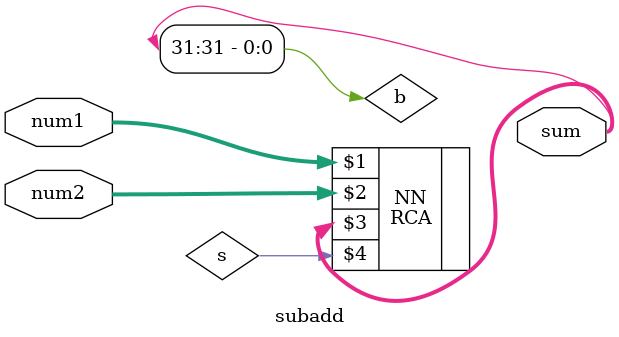
<source format=v>
`timescale 1ns / 1ps
/*******************************************************************
*
* Module: module_SUBadd.v
* Project: Archetchture_project
* Author: Mariam Abulela     900141674
          Nada Badawy        900171975
          Mohamed Al-Awadly  900163100
* Description:  this module take two numbers 32 bit and add them 
* then put the result in (sum)
* Change history: 24/09/19  creat the module
* 28/10/19  Edit the module 
*
**********************************************************************/

module subadd(
input [31:0] num1,
input [31:0] num2, 
output  [31:0] sum);
 
 reg [31:0] out;
  wire b = sum[31];
 wire s;
  
RCA NN ( num1, num2, sum, s);


 always @(*)
 begin

  if (b==1)
 
 out= ~sum +1;
 

 else
 begin
 
 out = sum;
 end
 end
 endmodule 
</source>
